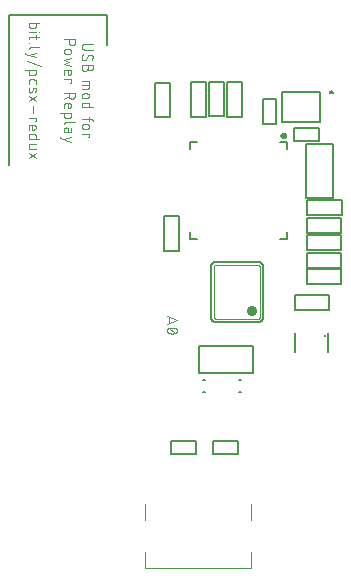
<source format=gbr>
G04 EAGLE Gerber RS-274X export*
G75*
%MOMM*%
%FSLAX34Y34*%
%LPD*%
%INSilkscreen Top*%
%IPPOS*%
%AMOC8*
5,1,8,0,0,1.08239X$1,22.5*%
G01*
%ADD10C,0.076200*%
%ADD11C,0.200000*%
%ADD12C,0.152400*%
%ADD13C,0.200000*%
%ADD14C,0.304800*%
%ADD15C,0.127000*%
%ADD16C,0.050800*%
%ADD17C,0.914400*%
%ADD18C,0.203200*%
%ADD19C,0.101600*%


D10*
X265381Y187323D02*
X274619Y184243D01*
X265381Y181164D01*
X267691Y181934D02*
X267691Y186553D01*
X270000Y177810D02*
X270182Y177808D01*
X270363Y177801D01*
X270545Y177790D01*
X270726Y177775D01*
X270907Y177756D01*
X271087Y177732D01*
X271266Y177704D01*
X271445Y177672D01*
X271623Y177635D01*
X271800Y177594D01*
X271976Y177549D01*
X272151Y177500D01*
X272325Y177446D01*
X272497Y177389D01*
X272668Y177327D01*
X272838Y177261D01*
X273006Y177192D01*
X273172Y177118D01*
X273336Y177040D01*
X273336Y177039D02*
X273415Y177010D01*
X273492Y176978D01*
X273568Y176942D01*
X273643Y176903D01*
X273716Y176860D01*
X273786Y176814D01*
X273855Y176766D01*
X273921Y176714D01*
X273985Y176659D01*
X274046Y176602D01*
X274105Y176542D01*
X274162Y176479D01*
X274215Y176414D01*
X274265Y176347D01*
X274313Y176277D01*
X274357Y176206D01*
X274398Y176132D01*
X274436Y176057D01*
X274470Y175980D01*
X274501Y175902D01*
X274528Y175823D01*
X274552Y175742D01*
X274573Y175660D01*
X274589Y175578D01*
X274602Y175495D01*
X274612Y175411D01*
X274617Y175327D01*
X274619Y175243D01*
X274617Y175159D01*
X274612Y175075D01*
X274602Y174991D01*
X274589Y174908D01*
X274573Y174826D01*
X274552Y174744D01*
X274528Y174663D01*
X274501Y174584D01*
X274470Y174506D01*
X274436Y174429D01*
X274398Y174354D01*
X274357Y174280D01*
X274313Y174209D01*
X274265Y174139D01*
X274215Y174072D01*
X274162Y174007D01*
X274105Y173944D01*
X274047Y173884D01*
X273985Y173827D01*
X273921Y173772D01*
X273855Y173720D01*
X273786Y173672D01*
X273716Y173626D01*
X273643Y173583D01*
X273569Y173544D01*
X273492Y173508D01*
X273415Y173476D01*
X273336Y173447D01*
X273172Y173369D01*
X273006Y173295D01*
X272838Y173226D01*
X272668Y173160D01*
X272497Y173098D01*
X272325Y173041D01*
X272151Y172987D01*
X271976Y172938D01*
X271800Y172893D01*
X271623Y172852D01*
X271445Y172815D01*
X271266Y172783D01*
X271087Y172755D01*
X270907Y172731D01*
X270726Y172712D01*
X270545Y172697D01*
X270363Y172686D01*
X270182Y172679D01*
X270000Y172677D01*
X270000Y177809D02*
X269818Y177807D01*
X269637Y177800D01*
X269455Y177789D01*
X269274Y177774D01*
X269093Y177755D01*
X268913Y177731D01*
X268734Y177703D01*
X268555Y177671D01*
X268377Y177634D01*
X268200Y177593D01*
X268024Y177548D01*
X267849Y177499D01*
X267675Y177445D01*
X267503Y177388D01*
X267332Y177326D01*
X267162Y177260D01*
X266995Y177191D01*
X266828Y177117D01*
X266664Y177039D01*
X266585Y177010D01*
X266508Y176978D01*
X266431Y176942D01*
X266357Y176903D01*
X266284Y176860D01*
X266214Y176814D01*
X266145Y176766D01*
X266079Y176714D01*
X266015Y176659D01*
X265953Y176602D01*
X265895Y176542D01*
X265838Y176479D01*
X265785Y176414D01*
X265735Y176347D01*
X265687Y176277D01*
X265643Y176206D01*
X265602Y176132D01*
X265564Y176057D01*
X265530Y175980D01*
X265499Y175902D01*
X265472Y175823D01*
X265448Y175742D01*
X265427Y175660D01*
X265411Y175578D01*
X265398Y175495D01*
X265388Y175411D01*
X265383Y175327D01*
X265381Y175243D01*
X266664Y173447D02*
X266828Y173369D01*
X266994Y173295D01*
X267162Y173226D01*
X267332Y173160D01*
X267503Y173098D01*
X267675Y173041D01*
X267849Y172987D01*
X268024Y172938D01*
X268200Y172893D01*
X268377Y172852D01*
X268555Y172815D01*
X268734Y172783D01*
X268913Y172755D01*
X269093Y172731D01*
X269274Y172712D01*
X269455Y172697D01*
X269637Y172686D01*
X269818Y172679D01*
X270000Y172677D01*
X266664Y173447D02*
X266585Y173476D01*
X266508Y173508D01*
X266431Y173544D01*
X266357Y173583D01*
X266284Y173626D01*
X266214Y173672D01*
X266145Y173720D01*
X266079Y173772D01*
X266015Y173827D01*
X265953Y173884D01*
X265895Y173944D01*
X265838Y174007D01*
X265785Y174072D01*
X265735Y174139D01*
X265687Y174209D01*
X265643Y174280D01*
X265602Y174354D01*
X265564Y174429D01*
X265530Y174506D01*
X265499Y174584D01*
X265472Y174663D01*
X265448Y174744D01*
X265427Y174826D01*
X265411Y174908D01*
X265398Y174991D01*
X265388Y175075D01*
X265383Y175159D01*
X265381Y175243D01*
X267434Y177296D02*
X272566Y173191D01*
X202829Y418192D02*
X196157Y418192D01*
X196058Y418190D01*
X195958Y418184D01*
X195859Y418175D01*
X195761Y418161D01*
X195663Y418144D01*
X195565Y418123D01*
X195469Y418098D01*
X195374Y418069D01*
X195279Y418037D01*
X195187Y418001D01*
X195095Y417962D01*
X195005Y417919D01*
X194917Y417873D01*
X194831Y417823D01*
X194747Y417770D01*
X194665Y417714D01*
X194585Y417654D01*
X194508Y417592D01*
X194433Y417526D01*
X194360Y417458D01*
X194291Y417387D01*
X194224Y417313D01*
X194160Y417237D01*
X194099Y417158D01*
X194041Y417077D01*
X193986Y416994D01*
X193935Y416909D01*
X193887Y416822D01*
X193842Y416733D01*
X193801Y416642D01*
X193763Y416550D01*
X193729Y416457D01*
X193699Y416362D01*
X193672Y416266D01*
X193649Y416169D01*
X193630Y416072D01*
X193615Y415973D01*
X193603Y415874D01*
X193595Y415775D01*
X193591Y415676D01*
X193591Y415576D01*
X193595Y415477D01*
X193603Y415378D01*
X193615Y415279D01*
X193630Y415180D01*
X193649Y415083D01*
X193672Y414986D01*
X193699Y414890D01*
X193729Y414795D01*
X193763Y414702D01*
X193801Y414610D01*
X193842Y414519D01*
X193887Y414430D01*
X193935Y414343D01*
X193986Y414258D01*
X194041Y414175D01*
X194099Y414094D01*
X194160Y414015D01*
X194224Y413939D01*
X194291Y413865D01*
X194360Y413794D01*
X194433Y413726D01*
X194508Y413660D01*
X194585Y413598D01*
X194665Y413538D01*
X194747Y413482D01*
X194831Y413429D01*
X194917Y413379D01*
X195005Y413333D01*
X195095Y413290D01*
X195187Y413251D01*
X195279Y413215D01*
X195374Y413183D01*
X195469Y413154D01*
X195565Y413129D01*
X195663Y413108D01*
X195761Y413091D01*
X195859Y413077D01*
X195958Y413068D01*
X196058Y413062D01*
X196157Y413060D01*
X202829Y413060D01*
X195644Y404059D02*
X195554Y404061D01*
X195465Y404067D01*
X195376Y404077D01*
X195287Y404090D01*
X195200Y404108D01*
X195113Y404129D01*
X195027Y404154D01*
X194942Y404183D01*
X194858Y404215D01*
X194776Y404251D01*
X194696Y404291D01*
X194617Y404334D01*
X194541Y404381D01*
X194466Y404430D01*
X194394Y404483D01*
X194324Y404539D01*
X194257Y404598D01*
X194192Y404660D01*
X194130Y404725D01*
X194071Y404792D01*
X194015Y404862D01*
X193962Y404934D01*
X193913Y405009D01*
X193866Y405086D01*
X193823Y405164D01*
X193783Y405244D01*
X193747Y405326D01*
X193715Y405410D01*
X193686Y405495D01*
X193661Y405581D01*
X193640Y405668D01*
X193622Y405756D01*
X193609Y405844D01*
X193599Y405933D01*
X193593Y406022D01*
X193591Y406112D01*
X193593Y406239D01*
X193598Y406366D01*
X193608Y406492D01*
X193621Y406618D01*
X193637Y406744D01*
X193658Y406869D01*
X193682Y406994D01*
X193709Y407117D01*
X193740Y407240D01*
X193775Y407362D01*
X193813Y407483D01*
X193855Y407603D01*
X193901Y407721D01*
X193949Y407838D01*
X194002Y407954D01*
X194057Y408068D01*
X194116Y408180D01*
X194178Y408291D01*
X194243Y408400D01*
X194312Y408506D01*
X194383Y408611D01*
X194458Y408714D01*
X194536Y408814D01*
X194616Y408912D01*
X194699Y409008D01*
X194785Y409101D01*
X194874Y409191D01*
X200776Y408935D02*
X200866Y408933D01*
X200955Y408927D01*
X201044Y408917D01*
X201132Y408904D01*
X201220Y408886D01*
X201307Y408865D01*
X201393Y408840D01*
X201478Y408811D01*
X201562Y408779D01*
X201644Y408743D01*
X201724Y408703D01*
X201803Y408660D01*
X201879Y408613D01*
X201954Y408564D01*
X202026Y408511D01*
X202096Y408455D01*
X202163Y408396D01*
X202228Y408334D01*
X202290Y408269D01*
X202349Y408202D01*
X202405Y408132D01*
X202458Y408060D01*
X202507Y407985D01*
X202554Y407909D01*
X202597Y407830D01*
X202637Y407750D01*
X202673Y407668D01*
X202705Y407584D01*
X202734Y407499D01*
X202759Y407413D01*
X202780Y407326D01*
X202798Y407238D01*
X202811Y407150D01*
X202821Y407061D01*
X202827Y406972D01*
X202829Y406882D01*
X202827Y406758D01*
X202821Y406634D01*
X202811Y406511D01*
X202797Y406388D01*
X202779Y406265D01*
X202757Y406144D01*
X202732Y406022D01*
X202702Y405902D01*
X202669Y405783D01*
X202631Y405665D01*
X202590Y405548D01*
X202546Y405433D01*
X202497Y405319D01*
X202445Y405206D01*
X202389Y405096D01*
X202330Y404987D01*
X202267Y404880D01*
X202201Y404775D01*
X202132Y404673D01*
X202059Y404573D01*
X198980Y407909D02*
X199027Y407985D01*
X199078Y408060D01*
X199132Y408132D01*
X199189Y408202D01*
X199249Y408269D01*
X199312Y408334D01*
X199377Y408396D01*
X199445Y408455D01*
X199516Y408511D01*
X199589Y408564D01*
X199664Y408614D01*
X199742Y408660D01*
X199821Y408703D01*
X199902Y408743D01*
X199985Y408779D01*
X200069Y408811D01*
X200154Y408840D01*
X200241Y408865D01*
X200329Y408886D01*
X200417Y408904D01*
X200506Y408917D01*
X200596Y408927D01*
X200686Y408933D01*
X200776Y408935D01*
X197440Y405086D02*
X197393Y405009D01*
X197342Y404934D01*
X197288Y404862D01*
X197231Y404792D01*
X197171Y404725D01*
X197108Y404660D01*
X197043Y404598D01*
X196975Y404539D01*
X196904Y404483D01*
X196831Y404430D01*
X196756Y404380D01*
X196678Y404334D01*
X196599Y404291D01*
X196518Y404251D01*
X196435Y404215D01*
X196351Y404183D01*
X196266Y404154D01*
X196179Y404129D01*
X196092Y404108D01*
X196003Y404090D01*
X195914Y404077D01*
X195824Y404067D01*
X195734Y404061D01*
X195644Y404059D01*
X197440Y405086D02*
X198980Y407909D01*
X198723Y400062D02*
X198723Y397496D01*
X198721Y397397D01*
X198715Y397297D01*
X198706Y397198D01*
X198692Y397100D01*
X198675Y397002D01*
X198654Y396904D01*
X198629Y396808D01*
X198600Y396713D01*
X198568Y396618D01*
X198532Y396526D01*
X198493Y396434D01*
X198450Y396344D01*
X198404Y396256D01*
X198354Y396170D01*
X198301Y396086D01*
X198245Y396004D01*
X198185Y395924D01*
X198123Y395847D01*
X198057Y395772D01*
X197989Y395699D01*
X197918Y395630D01*
X197844Y395563D01*
X197768Y395499D01*
X197689Y395438D01*
X197608Y395380D01*
X197525Y395325D01*
X197440Y395274D01*
X197353Y395226D01*
X197264Y395181D01*
X197173Y395140D01*
X197081Y395102D01*
X196988Y395068D01*
X196893Y395038D01*
X196797Y395011D01*
X196700Y394988D01*
X196603Y394969D01*
X196504Y394954D01*
X196405Y394942D01*
X196306Y394934D01*
X196207Y394930D01*
X196107Y394930D01*
X196008Y394934D01*
X195909Y394942D01*
X195810Y394954D01*
X195711Y394969D01*
X195614Y394988D01*
X195517Y395011D01*
X195421Y395038D01*
X195326Y395068D01*
X195233Y395102D01*
X195141Y395140D01*
X195050Y395181D01*
X194961Y395226D01*
X194874Y395274D01*
X194789Y395325D01*
X194706Y395380D01*
X194625Y395438D01*
X194546Y395499D01*
X194470Y395563D01*
X194396Y395630D01*
X194325Y395699D01*
X194257Y395772D01*
X194191Y395847D01*
X194129Y395924D01*
X194069Y396004D01*
X194013Y396086D01*
X193960Y396170D01*
X193910Y396256D01*
X193864Y396344D01*
X193821Y396434D01*
X193782Y396526D01*
X193746Y396618D01*
X193714Y396713D01*
X193685Y396808D01*
X193660Y396904D01*
X193639Y397002D01*
X193622Y397100D01*
X193608Y397198D01*
X193599Y397297D01*
X193593Y397397D01*
X193591Y397496D01*
X193591Y400062D01*
X202829Y400062D01*
X202829Y397496D01*
X202827Y397406D01*
X202821Y397317D01*
X202811Y397228D01*
X202798Y397140D01*
X202780Y397052D01*
X202759Y396965D01*
X202734Y396879D01*
X202705Y396794D01*
X202673Y396710D01*
X202637Y396628D01*
X202597Y396548D01*
X202554Y396470D01*
X202507Y396393D01*
X202458Y396318D01*
X202405Y396246D01*
X202349Y396176D01*
X202290Y396109D01*
X202228Y396044D01*
X202163Y395982D01*
X202096Y395923D01*
X202026Y395867D01*
X201954Y395814D01*
X201879Y395765D01*
X201803Y395718D01*
X201724Y395675D01*
X201644Y395635D01*
X201562Y395599D01*
X201478Y395567D01*
X201393Y395538D01*
X201307Y395513D01*
X201220Y395492D01*
X201132Y395474D01*
X201044Y395461D01*
X200955Y395451D01*
X200866Y395445D01*
X200776Y395443D01*
X200686Y395445D01*
X200597Y395451D01*
X200508Y395461D01*
X200420Y395474D01*
X200332Y395492D01*
X200245Y395513D01*
X200159Y395538D01*
X200074Y395567D01*
X199990Y395599D01*
X199908Y395635D01*
X199828Y395675D01*
X199750Y395718D01*
X199673Y395765D01*
X199598Y395814D01*
X199526Y395867D01*
X199456Y395923D01*
X199389Y395982D01*
X199324Y396044D01*
X199262Y396109D01*
X199203Y396176D01*
X199147Y396246D01*
X199094Y396318D01*
X199045Y396393D01*
X198998Y396470D01*
X198955Y396548D01*
X198915Y396628D01*
X198879Y396710D01*
X198847Y396794D01*
X198818Y396879D01*
X198793Y396965D01*
X198772Y397052D01*
X198754Y397140D01*
X198741Y397228D01*
X198731Y397317D01*
X198725Y397406D01*
X198723Y397496D01*
X199750Y386305D02*
X193591Y386305D01*
X199750Y386305D02*
X199750Y381686D01*
X199748Y381608D01*
X199742Y381530D01*
X199732Y381453D01*
X199718Y381376D01*
X199701Y381300D01*
X199679Y381225D01*
X199654Y381151D01*
X199625Y381079D01*
X199593Y381008D01*
X199556Y380939D01*
X199517Y380871D01*
X199474Y380806D01*
X199428Y380743D01*
X199378Y380683D01*
X199326Y380625D01*
X199271Y380570D01*
X199213Y380518D01*
X199153Y380468D01*
X199090Y380422D01*
X199025Y380379D01*
X198957Y380340D01*
X198888Y380303D01*
X198817Y380271D01*
X198745Y380242D01*
X198671Y380217D01*
X198596Y380195D01*
X198520Y380178D01*
X198443Y380164D01*
X198366Y380154D01*
X198288Y380148D01*
X198210Y380146D01*
X193591Y380146D01*
X193591Y383226D02*
X199750Y383226D01*
X197697Y375979D02*
X195644Y375979D01*
X197697Y375979D02*
X197787Y375977D01*
X197876Y375971D01*
X197965Y375961D01*
X198053Y375948D01*
X198141Y375930D01*
X198228Y375909D01*
X198314Y375884D01*
X198399Y375855D01*
X198483Y375823D01*
X198565Y375787D01*
X198645Y375747D01*
X198724Y375704D01*
X198800Y375657D01*
X198875Y375608D01*
X198947Y375555D01*
X199017Y375499D01*
X199084Y375440D01*
X199149Y375378D01*
X199211Y375313D01*
X199270Y375246D01*
X199326Y375176D01*
X199379Y375104D01*
X199428Y375029D01*
X199475Y374953D01*
X199518Y374874D01*
X199558Y374794D01*
X199594Y374712D01*
X199626Y374628D01*
X199655Y374543D01*
X199680Y374457D01*
X199701Y374370D01*
X199719Y374282D01*
X199732Y374194D01*
X199742Y374105D01*
X199748Y374016D01*
X199750Y373926D01*
X199748Y373836D01*
X199742Y373747D01*
X199732Y373658D01*
X199719Y373570D01*
X199701Y373482D01*
X199680Y373395D01*
X199655Y373309D01*
X199626Y373224D01*
X199594Y373140D01*
X199558Y373058D01*
X199518Y372978D01*
X199475Y372900D01*
X199428Y372823D01*
X199379Y372748D01*
X199326Y372676D01*
X199270Y372606D01*
X199211Y372539D01*
X199149Y372474D01*
X199084Y372412D01*
X199017Y372353D01*
X198947Y372297D01*
X198875Y372244D01*
X198800Y372195D01*
X198724Y372148D01*
X198645Y372105D01*
X198565Y372065D01*
X198483Y372029D01*
X198399Y371997D01*
X198314Y371968D01*
X198228Y371943D01*
X198141Y371922D01*
X198053Y371904D01*
X197965Y371891D01*
X197876Y371881D01*
X197787Y371875D01*
X197697Y371873D01*
X195644Y371873D01*
X195554Y371875D01*
X195465Y371881D01*
X195376Y371891D01*
X195288Y371904D01*
X195200Y371922D01*
X195113Y371943D01*
X195027Y371968D01*
X194942Y371997D01*
X194858Y372029D01*
X194776Y372065D01*
X194696Y372105D01*
X194618Y372148D01*
X194541Y372195D01*
X194466Y372244D01*
X194394Y372297D01*
X194324Y372353D01*
X194257Y372412D01*
X194192Y372474D01*
X194130Y372539D01*
X194071Y372606D01*
X194015Y372676D01*
X193962Y372748D01*
X193913Y372823D01*
X193866Y372900D01*
X193823Y372978D01*
X193783Y373058D01*
X193747Y373140D01*
X193715Y373224D01*
X193686Y373309D01*
X193661Y373395D01*
X193640Y373482D01*
X193622Y373570D01*
X193609Y373658D01*
X193599Y373747D01*
X193593Y373836D01*
X193591Y373926D01*
X193593Y374016D01*
X193599Y374105D01*
X193609Y374194D01*
X193622Y374282D01*
X193640Y374370D01*
X193661Y374457D01*
X193686Y374543D01*
X193715Y374628D01*
X193747Y374712D01*
X193783Y374794D01*
X193823Y374874D01*
X193866Y374953D01*
X193913Y375029D01*
X193962Y375104D01*
X194015Y375176D01*
X194071Y375246D01*
X194130Y375313D01*
X194192Y375378D01*
X194257Y375440D01*
X194324Y375499D01*
X194394Y375555D01*
X194466Y375608D01*
X194541Y375657D01*
X194618Y375704D01*
X194696Y375747D01*
X194776Y375787D01*
X194858Y375823D01*
X194942Y375855D01*
X195027Y375884D01*
X195113Y375909D01*
X195200Y375930D01*
X195288Y375948D01*
X195376Y375961D01*
X195465Y375971D01*
X195554Y375977D01*
X195644Y375979D01*
X193591Y364118D02*
X202829Y364118D01*
X193591Y364118D02*
X193591Y366684D01*
X193593Y366760D01*
X193598Y366835D01*
X193608Y366910D01*
X193621Y366984D01*
X193637Y367058D01*
X193657Y367131D01*
X193681Y367203D01*
X193708Y367273D01*
X193739Y367342D01*
X193773Y367410D01*
X193810Y367476D01*
X193851Y367540D01*
X193894Y367601D01*
X193941Y367661D01*
X193990Y367718D01*
X194042Y367773D01*
X194097Y367825D01*
X194154Y367874D01*
X194214Y367921D01*
X194275Y367964D01*
X194339Y368005D01*
X194405Y368042D01*
X194473Y368076D01*
X194542Y368107D01*
X194612Y368134D01*
X194684Y368158D01*
X194757Y368178D01*
X194831Y368194D01*
X194905Y368207D01*
X194980Y368217D01*
X195055Y368222D01*
X195131Y368224D01*
X198210Y368224D01*
X198286Y368222D01*
X198361Y368217D01*
X198436Y368207D01*
X198510Y368194D01*
X198584Y368178D01*
X198657Y368158D01*
X198729Y368134D01*
X198799Y368107D01*
X198868Y368076D01*
X198936Y368042D01*
X199002Y368005D01*
X199066Y367964D01*
X199127Y367921D01*
X199187Y367874D01*
X199244Y367825D01*
X199299Y367773D01*
X199351Y367718D01*
X199400Y367661D01*
X199447Y367601D01*
X199490Y367540D01*
X199531Y367476D01*
X199568Y367410D01*
X199602Y367342D01*
X199633Y367273D01*
X199660Y367203D01*
X199684Y367131D01*
X199704Y367058D01*
X199720Y366984D01*
X199733Y366910D01*
X199743Y366835D01*
X199748Y366760D01*
X199750Y366684D01*
X199750Y364118D01*
X201289Y354783D02*
X193591Y354783D01*
X201289Y354783D02*
X201367Y354781D01*
X201445Y354775D01*
X201522Y354765D01*
X201599Y354751D01*
X201675Y354734D01*
X201750Y354712D01*
X201824Y354687D01*
X201896Y354658D01*
X201967Y354626D01*
X202036Y354590D01*
X202104Y354550D01*
X202169Y354507D01*
X202232Y354461D01*
X202292Y354412D01*
X202350Y354359D01*
X202405Y354304D01*
X202457Y354246D01*
X202507Y354186D01*
X202553Y354123D01*
X202596Y354058D01*
X202635Y353990D01*
X202672Y353921D01*
X202704Y353850D01*
X202733Y353778D01*
X202758Y353704D01*
X202780Y353629D01*
X202797Y353553D01*
X202811Y353476D01*
X202821Y353399D01*
X202827Y353321D01*
X202829Y353243D01*
X202829Y352730D01*
X199750Y352730D02*
X199750Y355809D01*
X197697Y350179D02*
X195644Y350179D01*
X197697Y350179D02*
X197787Y350177D01*
X197876Y350171D01*
X197965Y350161D01*
X198053Y350148D01*
X198141Y350130D01*
X198228Y350109D01*
X198314Y350084D01*
X198399Y350055D01*
X198483Y350023D01*
X198565Y349987D01*
X198645Y349947D01*
X198724Y349904D01*
X198800Y349857D01*
X198875Y349808D01*
X198947Y349755D01*
X199017Y349699D01*
X199084Y349640D01*
X199149Y349578D01*
X199211Y349513D01*
X199270Y349446D01*
X199326Y349376D01*
X199379Y349304D01*
X199428Y349229D01*
X199475Y349153D01*
X199518Y349074D01*
X199558Y348994D01*
X199594Y348912D01*
X199626Y348828D01*
X199655Y348743D01*
X199680Y348657D01*
X199701Y348570D01*
X199719Y348482D01*
X199732Y348394D01*
X199742Y348305D01*
X199748Y348216D01*
X199750Y348126D01*
X199748Y348036D01*
X199742Y347947D01*
X199732Y347858D01*
X199719Y347770D01*
X199701Y347682D01*
X199680Y347595D01*
X199655Y347509D01*
X199626Y347424D01*
X199594Y347340D01*
X199558Y347258D01*
X199518Y347178D01*
X199475Y347100D01*
X199428Y347023D01*
X199379Y346948D01*
X199326Y346876D01*
X199270Y346806D01*
X199211Y346739D01*
X199149Y346674D01*
X199084Y346612D01*
X199017Y346553D01*
X198947Y346497D01*
X198875Y346444D01*
X198800Y346395D01*
X198724Y346348D01*
X198645Y346305D01*
X198565Y346265D01*
X198483Y346229D01*
X198399Y346197D01*
X198314Y346168D01*
X198228Y346143D01*
X198141Y346122D01*
X198053Y346104D01*
X197965Y346091D01*
X197876Y346081D01*
X197787Y346075D01*
X197697Y346073D01*
X195644Y346073D01*
X195554Y346075D01*
X195465Y346081D01*
X195376Y346091D01*
X195288Y346104D01*
X195200Y346122D01*
X195113Y346143D01*
X195027Y346168D01*
X194942Y346197D01*
X194858Y346229D01*
X194776Y346265D01*
X194696Y346305D01*
X194618Y346348D01*
X194541Y346395D01*
X194466Y346444D01*
X194394Y346497D01*
X194324Y346553D01*
X194257Y346612D01*
X194192Y346674D01*
X194130Y346739D01*
X194071Y346806D01*
X194015Y346876D01*
X193962Y346948D01*
X193913Y347023D01*
X193866Y347100D01*
X193823Y347178D01*
X193783Y347258D01*
X193747Y347340D01*
X193715Y347424D01*
X193686Y347509D01*
X193661Y347595D01*
X193640Y347682D01*
X193622Y347770D01*
X193609Y347858D01*
X193599Y347947D01*
X193593Y348036D01*
X193591Y348126D01*
X193593Y348216D01*
X193599Y348305D01*
X193609Y348394D01*
X193622Y348482D01*
X193640Y348570D01*
X193661Y348657D01*
X193686Y348743D01*
X193715Y348828D01*
X193747Y348912D01*
X193783Y348994D01*
X193823Y349074D01*
X193866Y349153D01*
X193913Y349229D01*
X193962Y349304D01*
X194015Y349376D01*
X194071Y349446D01*
X194130Y349513D01*
X194192Y349578D01*
X194257Y349640D01*
X194324Y349699D01*
X194394Y349755D01*
X194466Y349808D01*
X194541Y349857D01*
X194618Y349904D01*
X194696Y349947D01*
X194776Y349987D01*
X194858Y350023D01*
X194942Y350055D01*
X195027Y350084D01*
X195113Y350109D01*
X195200Y350130D01*
X195288Y350148D01*
X195376Y350161D01*
X195465Y350171D01*
X195554Y350177D01*
X195644Y350179D01*
X193591Y342028D02*
X199750Y342028D01*
X199750Y338948D01*
X198723Y338948D01*
X187829Y421914D02*
X178591Y421914D01*
X187829Y421914D02*
X187829Y419348D01*
X187827Y419249D01*
X187821Y419149D01*
X187812Y419050D01*
X187798Y418952D01*
X187781Y418854D01*
X187760Y418756D01*
X187735Y418660D01*
X187706Y418565D01*
X187674Y418470D01*
X187638Y418378D01*
X187599Y418286D01*
X187556Y418196D01*
X187510Y418108D01*
X187460Y418022D01*
X187407Y417938D01*
X187351Y417856D01*
X187291Y417776D01*
X187229Y417699D01*
X187163Y417624D01*
X187095Y417551D01*
X187024Y417482D01*
X186950Y417415D01*
X186874Y417351D01*
X186795Y417290D01*
X186714Y417232D01*
X186631Y417177D01*
X186546Y417126D01*
X186459Y417078D01*
X186370Y417033D01*
X186279Y416992D01*
X186187Y416954D01*
X186094Y416920D01*
X185999Y416890D01*
X185903Y416863D01*
X185806Y416840D01*
X185709Y416821D01*
X185610Y416806D01*
X185511Y416794D01*
X185412Y416786D01*
X185313Y416782D01*
X185213Y416782D01*
X185114Y416786D01*
X185015Y416794D01*
X184916Y416806D01*
X184817Y416821D01*
X184720Y416840D01*
X184623Y416863D01*
X184527Y416890D01*
X184432Y416920D01*
X184339Y416954D01*
X184247Y416992D01*
X184156Y417033D01*
X184067Y417078D01*
X183980Y417126D01*
X183895Y417177D01*
X183812Y417232D01*
X183731Y417290D01*
X183652Y417351D01*
X183576Y417415D01*
X183502Y417482D01*
X183431Y417551D01*
X183363Y417624D01*
X183297Y417699D01*
X183235Y417776D01*
X183175Y417856D01*
X183119Y417938D01*
X183066Y418022D01*
X183016Y418108D01*
X182970Y418196D01*
X182927Y418286D01*
X182888Y418378D01*
X182852Y418470D01*
X182820Y418565D01*
X182791Y418660D01*
X182766Y418756D01*
X182745Y418854D01*
X182728Y418952D01*
X182714Y419050D01*
X182705Y419149D01*
X182699Y419249D01*
X182697Y419348D01*
X182697Y421914D01*
X182697Y413431D02*
X180644Y413431D01*
X182697Y413431D02*
X182787Y413429D01*
X182876Y413423D01*
X182965Y413413D01*
X183053Y413400D01*
X183141Y413382D01*
X183228Y413361D01*
X183314Y413336D01*
X183399Y413307D01*
X183483Y413275D01*
X183565Y413239D01*
X183645Y413199D01*
X183724Y413156D01*
X183800Y413109D01*
X183875Y413060D01*
X183947Y413007D01*
X184017Y412951D01*
X184084Y412892D01*
X184149Y412830D01*
X184211Y412765D01*
X184270Y412698D01*
X184326Y412628D01*
X184379Y412556D01*
X184428Y412481D01*
X184475Y412405D01*
X184518Y412326D01*
X184558Y412246D01*
X184594Y412164D01*
X184626Y412080D01*
X184655Y411995D01*
X184680Y411909D01*
X184701Y411822D01*
X184719Y411734D01*
X184732Y411646D01*
X184742Y411557D01*
X184748Y411468D01*
X184750Y411378D01*
X184748Y411288D01*
X184742Y411199D01*
X184732Y411110D01*
X184719Y411022D01*
X184701Y410934D01*
X184680Y410847D01*
X184655Y410761D01*
X184626Y410676D01*
X184594Y410592D01*
X184558Y410510D01*
X184518Y410430D01*
X184475Y410352D01*
X184428Y410275D01*
X184379Y410200D01*
X184326Y410128D01*
X184270Y410058D01*
X184211Y409991D01*
X184149Y409926D01*
X184084Y409864D01*
X184017Y409805D01*
X183947Y409749D01*
X183875Y409696D01*
X183800Y409647D01*
X183724Y409600D01*
X183645Y409557D01*
X183565Y409517D01*
X183483Y409481D01*
X183399Y409449D01*
X183314Y409420D01*
X183228Y409395D01*
X183141Y409374D01*
X183053Y409356D01*
X182965Y409343D01*
X182876Y409333D01*
X182787Y409327D01*
X182697Y409325D01*
X182697Y409326D02*
X180644Y409326D01*
X180644Y409325D02*
X180554Y409327D01*
X180465Y409333D01*
X180376Y409343D01*
X180288Y409356D01*
X180200Y409374D01*
X180113Y409395D01*
X180027Y409420D01*
X179942Y409449D01*
X179858Y409481D01*
X179776Y409517D01*
X179696Y409557D01*
X179618Y409600D01*
X179541Y409647D01*
X179466Y409696D01*
X179394Y409749D01*
X179324Y409805D01*
X179257Y409864D01*
X179192Y409926D01*
X179130Y409991D01*
X179071Y410058D01*
X179015Y410128D01*
X178962Y410200D01*
X178913Y410275D01*
X178866Y410352D01*
X178823Y410430D01*
X178783Y410510D01*
X178747Y410592D01*
X178715Y410676D01*
X178686Y410761D01*
X178661Y410847D01*
X178640Y410934D01*
X178622Y411022D01*
X178609Y411110D01*
X178599Y411199D01*
X178593Y411288D01*
X178591Y411378D01*
X178593Y411468D01*
X178599Y411557D01*
X178609Y411646D01*
X178622Y411734D01*
X178640Y411822D01*
X178661Y411909D01*
X178686Y411995D01*
X178715Y412080D01*
X178747Y412164D01*
X178783Y412246D01*
X178823Y412326D01*
X178866Y412405D01*
X178913Y412481D01*
X178962Y412556D01*
X179015Y412628D01*
X179071Y412698D01*
X179130Y412765D01*
X179192Y412830D01*
X179257Y412892D01*
X179324Y412951D01*
X179394Y413007D01*
X179466Y413060D01*
X179541Y413109D01*
X179618Y413156D01*
X179696Y413199D01*
X179776Y413239D01*
X179858Y413275D01*
X179942Y413307D01*
X180027Y413336D01*
X180113Y413361D01*
X180200Y413382D01*
X180288Y413400D01*
X180376Y413413D01*
X180465Y413423D01*
X180554Y413429D01*
X180644Y413431D01*
X184750Y405758D02*
X178591Y404218D01*
X182697Y402678D01*
X178591Y401139D01*
X184750Y399599D01*
X178591Y394492D02*
X178591Y391926D01*
X178591Y394492D02*
X178593Y394568D01*
X178598Y394643D01*
X178608Y394718D01*
X178621Y394792D01*
X178637Y394866D01*
X178657Y394939D01*
X178681Y395011D01*
X178708Y395081D01*
X178739Y395150D01*
X178773Y395218D01*
X178810Y395284D01*
X178851Y395348D01*
X178894Y395409D01*
X178941Y395469D01*
X178990Y395526D01*
X179042Y395581D01*
X179097Y395633D01*
X179154Y395682D01*
X179214Y395729D01*
X179275Y395772D01*
X179339Y395813D01*
X179405Y395850D01*
X179473Y395884D01*
X179542Y395915D01*
X179612Y395942D01*
X179684Y395966D01*
X179757Y395986D01*
X179831Y396002D01*
X179905Y396015D01*
X179980Y396025D01*
X180055Y396030D01*
X180131Y396032D01*
X180131Y396031D02*
X182697Y396031D01*
X182787Y396029D01*
X182876Y396023D01*
X182965Y396013D01*
X183053Y396000D01*
X183141Y395982D01*
X183228Y395961D01*
X183314Y395936D01*
X183399Y395907D01*
X183483Y395875D01*
X183565Y395839D01*
X183645Y395799D01*
X183724Y395756D01*
X183800Y395709D01*
X183875Y395660D01*
X183947Y395607D01*
X184017Y395551D01*
X184084Y395492D01*
X184149Y395430D01*
X184211Y395365D01*
X184270Y395298D01*
X184326Y395228D01*
X184379Y395156D01*
X184428Y395081D01*
X184475Y395005D01*
X184518Y394926D01*
X184558Y394846D01*
X184594Y394764D01*
X184626Y394680D01*
X184655Y394595D01*
X184680Y394509D01*
X184701Y394422D01*
X184719Y394334D01*
X184732Y394246D01*
X184742Y394157D01*
X184748Y394068D01*
X184750Y393978D01*
X184748Y393888D01*
X184742Y393799D01*
X184732Y393710D01*
X184719Y393622D01*
X184701Y393534D01*
X184680Y393447D01*
X184655Y393361D01*
X184626Y393276D01*
X184594Y393192D01*
X184558Y393110D01*
X184518Y393030D01*
X184475Y392952D01*
X184428Y392875D01*
X184379Y392800D01*
X184326Y392728D01*
X184270Y392658D01*
X184211Y392591D01*
X184149Y392526D01*
X184084Y392464D01*
X184017Y392405D01*
X183947Y392349D01*
X183875Y392296D01*
X183800Y392247D01*
X183724Y392200D01*
X183645Y392157D01*
X183565Y392117D01*
X183483Y392081D01*
X183399Y392049D01*
X183314Y392020D01*
X183228Y391995D01*
X183141Y391974D01*
X183053Y391956D01*
X182965Y391943D01*
X182876Y391933D01*
X182787Y391927D01*
X182697Y391925D01*
X182697Y391926D02*
X181670Y391926D01*
X181670Y396031D01*
X178591Y387880D02*
X184750Y387880D01*
X184750Y384801D01*
X183723Y384801D01*
X187829Y376688D02*
X178591Y376688D01*
X187829Y376688D02*
X187829Y374122D01*
X187827Y374023D01*
X187821Y373923D01*
X187812Y373824D01*
X187798Y373726D01*
X187781Y373628D01*
X187760Y373530D01*
X187735Y373434D01*
X187706Y373339D01*
X187674Y373244D01*
X187638Y373152D01*
X187599Y373060D01*
X187556Y372970D01*
X187510Y372882D01*
X187460Y372796D01*
X187407Y372712D01*
X187351Y372630D01*
X187291Y372550D01*
X187229Y372473D01*
X187163Y372398D01*
X187095Y372325D01*
X187024Y372256D01*
X186950Y372189D01*
X186874Y372125D01*
X186795Y372064D01*
X186714Y372006D01*
X186631Y371951D01*
X186546Y371900D01*
X186459Y371852D01*
X186370Y371807D01*
X186279Y371766D01*
X186187Y371728D01*
X186094Y371694D01*
X185999Y371664D01*
X185903Y371637D01*
X185806Y371614D01*
X185709Y371595D01*
X185610Y371580D01*
X185511Y371568D01*
X185412Y371560D01*
X185313Y371556D01*
X185213Y371556D01*
X185114Y371560D01*
X185015Y371568D01*
X184916Y371580D01*
X184817Y371595D01*
X184720Y371614D01*
X184623Y371637D01*
X184527Y371664D01*
X184432Y371694D01*
X184339Y371728D01*
X184247Y371766D01*
X184156Y371807D01*
X184067Y371852D01*
X183980Y371900D01*
X183895Y371951D01*
X183812Y372006D01*
X183731Y372064D01*
X183652Y372125D01*
X183576Y372189D01*
X183502Y372256D01*
X183431Y372325D01*
X183363Y372398D01*
X183297Y372473D01*
X183235Y372550D01*
X183175Y372630D01*
X183119Y372712D01*
X183066Y372796D01*
X183016Y372882D01*
X182970Y372970D01*
X182927Y373060D01*
X182888Y373152D01*
X182852Y373244D01*
X182820Y373339D01*
X182791Y373434D01*
X182766Y373530D01*
X182745Y373628D01*
X182728Y373726D01*
X182714Y373824D01*
X182705Y373923D01*
X182699Y374023D01*
X182697Y374122D01*
X182697Y376688D01*
X182697Y373609D02*
X178591Y371556D01*
X178591Y366292D02*
X178591Y363726D01*
X178591Y366292D02*
X178593Y366368D01*
X178598Y366443D01*
X178608Y366518D01*
X178621Y366592D01*
X178637Y366666D01*
X178657Y366739D01*
X178681Y366811D01*
X178708Y366881D01*
X178739Y366950D01*
X178773Y367018D01*
X178810Y367084D01*
X178851Y367148D01*
X178894Y367209D01*
X178941Y367269D01*
X178990Y367326D01*
X179042Y367381D01*
X179097Y367433D01*
X179154Y367482D01*
X179214Y367529D01*
X179275Y367572D01*
X179339Y367613D01*
X179405Y367650D01*
X179473Y367684D01*
X179542Y367715D01*
X179612Y367742D01*
X179684Y367766D01*
X179757Y367786D01*
X179831Y367802D01*
X179905Y367815D01*
X179980Y367825D01*
X180055Y367830D01*
X180131Y367832D01*
X180131Y367831D02*
X182697Y367831D01*
X182787Y367829D01*
X182876Y367823D01*
X182965Y367813D01*
X183053Y367800D01*
X183141Y367782D01*
X183228Y367761D01*
X183314Y367736D01*
X183399Y367707D01*
X183483Y367675D01*
X183565Y367639D01*
X183645Y367599D01*
X183724Y367556D01*
X183800Y367509D01*
X183875Y367460D01*
X183947Y367407D01*
X184017Y367351D01*
X184084Y367292D01*
X184149Y367230D01*
X184211Y367165D01*
X184270Y367098D01*
X184326Y367028D01*
X184379Y366956D01*
X184428Y366881D01*
X184475Y366805D01*
X184518Y366726D01*
X184558Y366646D01*
X184594Y366564D01*
X184626Y366480D01*
X184655Y366395D01*
X184680Y366309D01*
X184701Y366222D01*
X184719Y366134D01*
X184732Y366046D01*
X184742Y365957D01*
X184748Y365868D01*
X184750Y365778D01*
X184748Y365688D01*
X184742Y365599D01*
X184732Y365510D01*
X184719Y365422D01*
X184701Y365334D01*
X184680Y365247D01*
X184655Y365161D01*
X184626Y365076D01*
X184594Y364992D01*
X184558Y364910D01*
X184518Y364830D01*
X184475Y364752D01*
X184428Y364675D01*
X184379Y364600D01*
X184326Y364528D01*
X184270Y364458D01*
X184211Y364391D01*
X184149Y364326D01*
X184084Y364264D01*
X184017Y364205D01*
X183947Y364149D01*
X183875Y364096D01*
X183800Y364047D01*
X183724Y364000D01*
X183645Y363957D01*
X183565Y363917D01*
X183483Y363881D01*
X183399Y363849D01*
X183314Y363820D01*
X183228Y363795D01*
X183141Y363774D01*
X183053Y363756D01*
X182965Y363743D01*
X182876Y363733D01*
X182787Y363727D01*
X182697Y363725D01*
X182697Y363726D02*
X181670Y363726D01*
X181670Y367831D01*
X184750Y359686D02*
X175512Y359686D01*
X184750Y359686D02*
X184750Y357120D01*
X184748Y357042D01*
X184742Y356964D01*
X184732Y356887D01*
X184718Y356810D01*
X184701Y356734D01*
X184679Y356659D01*
X184654Y356585D01*
X184625Y356513D01*
X184593Y356442D01*
X184556Y356373D01*
X184517Y356305D01*
X184474Y356240D01*
X184428Y356177D01*
X184378Y356117D01*
X184326Y356059D01*
X184271Y356004D01*
X184213Y355952D01*
X184153Y355902D01*
X184090Y355856D01*
X184025Y355813D01*
X183957Y355774D01*
X183888Y355737D01*
X183817Y355705D01*
X183745Y355676D01*
X183671Y355651D01*
X183596Y355629D01*
X183520Y355612D01*
X183443Y355598D01*
X183366Y355588D01*
X183288Y355582D01*
X183210Y355580D01*
X180131Y355580D01*
X180055Y355582D01*
X179980Y355587D01*
X179905Y355597D01*
X179831Y355610D01*
X179757Y355626D01*
X179684Y355646D01*
X179612Y355670D01*
X179542Y355697D01*
X179473Y355728D01*
X179405Y355762D01*
X179339Y355799D01*
X179275Y355840D01*
X179214Y355883D01*
X179154Y355930D01*
X179097Y355979D01*
X179042Y356031D01*
X178990Y356086D01*
X178941Y356143D01*
X178894Y356203D01*
X178851Y356264D01*
X178810Y356328D01*
X178773Y356394D01*
X178739Y356462D01*
X178708Y356531D01*
X178681Y356601D01*
X178657Y356673D01*
X178637Y356746D01*
X178621Y356820D01*
X178608Y356894D01*
X178598Y356969D01*
X178593Y357044D01*
X178591Y357120D01*
X178591Y359686D01*
X180131Y351809D02*
X187829Y351809D01*
X180131Y351810D02*
X180053Y351808D01*
X179975Y351802D01*
X179898Y351792D01*
X179821Y351778D01*
X179745Y351761D01*
X179670Y351739D01*
X179596Y351714D01*
X179524Y351685D01*
X179453Y351653D01*
X179384Y351616D01*
X179316Y351577D01*
X179251Y351534D01*
X179188Y351488D01*
X179128Y351438D01*
X179070Y351386D01*
X179015Y351331D01*
X178963Y351273D01*
X178913Y351213D01*
X178867Y351150D01*
X178824Y351085D01*
X178785Y351017D01*
X178748Y350948D01*
X178716Y350877D01*
X178687Y350805D01*
X178662Y350731D01*
X178640Y350656D01*
X178623Y350580D01*
X178609Y350503D01*
X178599Y350426D01*
X178593Y350348D01*
X178591Y350270D01*
X182184Y345380D02*
X182184Y343071D01*
X182183Y345380D02*
X182181Y345463D01*
X182175Y345546D01*
X182166Y345628D01*
X182152Y345710D01*
X182135Y345791D01*
X182114Y345871D01*
X182090Y345951D01*
X182062Y346029D01*
X182030Y346105D01*
X181995Y346181D01*
X181956Y346254D01*
X181914Y346325D01*
X181869Y346395D01*
X181820Y346462D01*
X181769Y346527D01*
X181714Y346590D01*
X181657Y346650D01*
X181597Y346707D01*
X181534Y346762D01*
X181469Y346813D01*
X181402Y346862D01*
X181332Y346907D01*
X181261Y346949D01*
X181188Y346988D01*
X181112Y347023D01*
X181036Y347055D01*
X180958Y347083D01*
X180878Y347107D01*
X180798Y347128D01*
X180717Y347145D01*
X180635Y347159D01*
X180553Y347168D01*
X180470Y347174D01*
X180387Y347176D01*
X180304Y347174D01*
X180221Y347168D01*
X180139Y347159D01*
X180057Y347145D01*
X179976Y347128D01*
X179896Y347107D01*
X179816Y347083D01*
X179738Y347055D01*
X179662Y347023D01*
X179586Y346988D01*
X179513Y346949D01*
X179442Y346907D01*
X179372Y346862D01*
X179305Y346813D01*
X179240Y346762D01*
X179177Y346707D01*
X179117Y346650D01*
X179060Y346590D01*
X179005Y346527D01*
X178954Y346462D01*
X178905Y346395D01*
X178860Y346325D01*
X178818Y346254D01*
X178779Y346181D01*
X178744Y346105D01*
X178712Y346029D01*
X178684Y345951D01*
X178660Y345871D01*
X178639Y345791D01*
X178622Y345710D01*
X178608Y345628D01*
X178599Y345546D01*
X178593Y345463D01*
X178591Y345380D01*
X178591Y343071D01*
X183210Y343071D01*
X183286Y343073D01*
X183361Y343078D01*
X183436Y343088D01*
X183510Y343101D01*
X183584Y343117D01*
X183657Y343137D01*
X183729Y343161D01*
X183799Y343188D01*
X183868Y343219D01*
X183936Y343253D01*
X184002Y343290D01*
X184066Y343331D01*
X184127Y343374D01*
X184187Y343421D01*
X184244Y343470D01*
X184299Y343522D01*
X184351Y343577D01*
X184400Y343634D01*
X184447Y343694D01*
X184490Y343755D01*
X184531Y343819D01*
X184568Y343885D01*
X184602Y343953D01*
X184633Y344022D01*
X184660Y344092D01*
X184684Y344164D01*
X184704Y344237D01*
X184720Y344311D01*
X184733Y344385D01*
X184743Y344460D01*
X184748Y344535D01*
X184750Y344611D01*
X184750Y346663D01*
X175512Y339331D02*
X175512Y338305D01*
X184750Y335226D01*
X184750Y339331D02*
X178591Y337279D01*
X157829Y435800D02*
X148591Y435800D01*
X148591Y433234D01*
X148593Y433158D01*
X148598Y433083D01*
X148608Y433008D01*
X148621Y432934D01*
X148637Y432860D01*
X148657Y432787D01*
X148681Y432715D01*
X148708Y432645D01*
X148739Y432576D01*
X148773Y432508D01*
X148810Y432442D01*
X148851Y432378D01*
X148894Y432317D01*
X148941Y432257D01*
X148990Y432200D01*
X149042Y432145D01*
X149097Y432093D01*
X149154Y432044D01*
X149214Y431997D01*
X149275Y431954D01*
X149339Y431913D01*
X149405Y431876D01*
X149473Y431842D01*
X149542Y431811D01*
X149612Y431784D01*
X149684Y431760D01*
X149757Y431740D01*
X149831Y431724D01*
X149905Y431711D01*
X149980Y431701D01*
X150055Y431696D01*
X150131Y431694D01*
X153210Y431694D01*
X153286Y431696D01*
X153361Y431701D01*
X153436Y431711D01*
X153510Y431724D01*
X153584Y431740D01*
X153657Y431760D01*
X153729Y431784D01*
X153799Y431811D01*
X153868Y431842D01*
X153936Y431876D01*
X154002Y431913D01*
X154066Y431954D01*
X154127Y431997D01*
X154187Y432044D01*
X154244Y432093D01*
X154299Y432145D01*
X154351Y432200D01*
X154400Y432257D01*
X154447Y432317D01*
X154490Y432378D01*
X154531Y432442D01*
X154568Y432508D01*
X154602Y432576D01*
X154633Y432645D01*
X154660Y432715D01*
X154684Y432787D01*
X154704Y432860D01*
X154720Y432934D01*
X154733Y433008D01*
X154743Y433083D01*
X154748Y433158D01*
X154750Y433234D01*
X154750Y435800D01*
X154750Y428093D02*
X148591Y428093D01*
X157316Y428349D02*
X157829Y428349D01*
X157829Y427836D01*
X157316Y427836D01*
X157316Y428349D01*
X154750Y425203D02*
X154750Y422124D01*
X157829Y424177D02*
X150131Y424177D01*
X150053Y424175D01*
X149975Y424169D01*
X149898Y424159D01*
X149821Y424145D01*
X149745Y424128D01*
X149670Y424106D01*
X149596Y424081D01*
X149524Y424052D01*
X149453Y424020D01*
X149384Y423983D01*
X149316Y423944D01*
X149251Y423901D01*
X149188Y423855D01*
X149128Y423805D01*
X149070Y423753D01*
X149015Y423698D01*
X148963Y423640D01*
X148913Y423580D01*
X148867Y423517D01*
X148824Y423452D01*
X148785Y423384D01*
X148748Y423315D01*
X148716Y423244D01*
X148687Y423172D01*
X148662Y423098D01*
X148640Y423023D01*
X148623Y422947D01*
X148609Y422870D01*
X148599Y422793D01*
X148593Y422715D01*
X148591Y422637D01*
X148591Y422124D01*
X148591Y419049D02*
X149104Y419049D01*
X149104Y418536D01*
X148591Y418536D01*
X148591Y419049D01*
X150131Y415023D02*
X157829Y415023D01*
X150131Y415024D02*
X150053Y415022D01*
X149975Y415016D01*
X149898Y415006D01*
X149821Y414992D01*
X149745Y414975D01*
X149670Y414953D01*
X149596Y414928D01*
X149524Y414899D01*
X149453Y414867D01*
X149384Y414830D01*
X149316Y414791D01*
X149251Y414748D01*
X149188Y414702D01*
X149128Y414652D01*
X149070Y414600D01*
X149015Y414545D01*
X148963Y414487D01*
X148913Y414427D01*
X148867Y414364D01*
X148824Y414299D01*
X148785Y414231D01*
X148748Y414162D01*
X148716Y414091D01*
X148687Y414019D01*
X148662Y413945D01*
X148640Y413870D01*
X148623Y413794D01*
X148609Y413717D01*
X148599Y413640D01*
X148593Y413562D01*
X148591Y413484D01*
X145512Y410646D02*
X145512Y409619D01*
X154750Y406540D01*
X154750Y410646D02*
X148591Y408593D01*
X147565Y403446D02*
X158855Y399340D01*
X154750Y395600D02*
X145512Y395600D01*
X154750Y395600D02*
X154750Y393034D01*
X154748Y392956D01*
X154742Y392878D01*
X154732Y392801D01*
X154718Y392724D01*
X154701Y392648D01*
X154679Y392573D01*
X154654Y392499D01*
X154625Y392427D01*
X154593Y392356D01*
X154556Y392287D01*
X154517Y392219D01*
X154474Y392154D01*
X154428Y392091D01*
X154378Y392031D01*
X154326Y391973D01*
X154271Y391918D01*
X154213Y391866D01*
X154153Y391816D01*
X154090Y391770D01*
X154025Y391727D01*
X153957Y391688D01*
X153888Y391651D01*
X153817Y391619D01*
X153745Y391590D01*
X153671Y391565D01*
X153596Y391543D01*
X153520Y391526D01*
X153443Y391512D01*
X153366Y391502D01*
X153288Y391496D01*
X153210Y391494D01*
X153210Y391495D02*
X150131Y391495D01*
X150131Y391494D02*
X150055Y391496D01*
X149980Y391501D01*
X149905Y391511D01*
X149831Y391524D01*
X149757Y391540D01*
X149684Y391560D01*
X149612Y391584D01*
X149542Y391611D01*
X149473Y391642D01*
X149405Y391676D01*
X149339Y391713D01*
X149275Y391754D01*
X149214Y391797D01*
X149154Y391844D01*
X149097Y391893D01*
X149042Y391945D01*
X148990Y392000D01*
X148941Y392057D01*
X148894Y392117D01*
X148851Y392178D01*
X148810Y392242D01*
X148773Y392308D01*
X148739Y392376D01*
X148708Y392445D01*
X148681Y392515D01*
X148657Y392587D01*
X148637Y392660D01*
X148621Y392734D01*
X148608Y392808D01*
X148598Y392883D01*
X148593Y392958D01*
X148591Y393034D01*
X148591Y395600D01*
X148591Y386296D02*
X148591Y384243D01*
X148591Y386296D02*
X148593Y386372D01*
X148598Y386447D01*
X148608Y386522D01*
X148621Y386596D01*
X148637Y386670D01*
X148657Y386743D01*
X148681Y386815D01*
X148708Y386885D01*
X148739Y386954D01*
X148773Y387022D01*
X148810Y387088D01*
X148851Y387152D01*
X148894Y387213D01*
X148941Y387273D01*
X148990Y387330D01*
X149042Y387385D01*
X149097Y387437D01*
X149154Y387486D01*
X149214Y387533D01*
X149275Y387576D01*
X149339Y387617D01*
X149405Y387654D01*
X149473Y387688D01*
X149542Y387719D01*
X149612Y387746D01*
X149684Y387770D01*
X149757Y387790D01*
X149831Y387806D01*
X149905Y387819D01*
X149980Y387829D01*
X150055Y387834D01*
X150131Y387836D01*
X150131Y387835D02*
X153210Y387835D01*
X153210Y387836D02*
X153286Y387834D01*
X153361Y387829D01*
X153436Y387819D01*
X153510Y387806D01*
X153584Y387790D01*
X153657Y387770D01*
X153729Y387746D01*
X153799Y387719D01*
X153868Y387688D01*
X153936Y387654D01*
X154002Y387617D01*
X154066Y387576D01*
X154127Y387533D01*
X154187Y387486D01*
X154244Y387437D01*
X154299Y387385D01*
X154351Y387330D01*
X154400Y387273D01*
X154447Y387213D01*
X154490Y387152D01*
X154531Y387088D01*
X154568Y387022D01*
X154602Y386954D01*
X154633Y386885D01*
X154660Y386815D01*
X154684Y386743D01*
X154704Y386670D01*
X154720Y386596D01*
X154733Y386522D01*
X154743Y386447D01*
X154748Y386372D01*
X154750Y386296D01*
X154750Y384243D01*
X152184Y380176D02*
X151157Y377610D01*
X152183Y380176D02*
X152212Y380243D01*
X152244Y380308D01*
X152280Y380371D01*
X152319Y380432D01*
X152362Y380490D01*
X152407Y380547D01*
X152456Y380600D01*
X152507Y380651D01*
X152561Y380700D01*
X152618Y380745D01*
X152677Y380787D01*
X152738Y380825D01*
X152801Y380861D01*
X152866Y380893D01*
X152933Y380921D01*
X153001Y380946D01*
X153070Y380966D01*
X153141Y380984D01*
X153212Y380997D01*
X153284Y381006D01*
X153356Y381011D01*
X153428Y381013D01*
X153501Y381010D01*
X153573Y381004D01*
X153644Y380994D01*
X153715Y380980D01*
X153786Y380962D01*
X153855Y380940D01*
X153922Y380914D01*
X153989Y380885D01*
X154053Y380852D01*
X154116Y380816D01*
X154177Y380776D01*
X154235Y380734D01*
X154291Y380688D01*
X154344Y380639D01*
X154395Y380587D01*
X154443Y380532D01*
X154488Y380476D01*
X154529Y380416D01*
X154567Y380355D01*
X154602Y380291D01*
X154634Y380226D01*
X154662Y380159D01*
X154686Y380091D01*
X154706Y380021D01*
X154723Y379951D01*
X154735Y379880D01*
X154744Y379808D01*
X154749Y379735D01*
X154750Y379663D01*
X154749Y379663D02*
X154745Y379514D01*
X154738Y379365D01*
X154726Y379217D01*
X154711Y379069D01*
X154691Y378921D01*
X154668Y378774D01*
X154642Y378627D01*
X154611Y378482D01*
X154577Y378337D01*
X154539Y378193D01*
X154498Y378050D01*
X154453Y377908D01*
X154404Y377767D01*
X154351Y377628D01*
X154296Y377490D01*
X154236Y377353D01*
X151158Y377610D02*
X151129Y377543D01*
X151097Y377478D01*
X151061Y377415D01*
X151022Y377354D01*
X150979Y377296D01*
X150934Y377239D01*
X150885Y377186D01*
X150834Y377135D01*
X150780Y377086D01*
X150723Y377041D01*
X150664Y376999D01*
X150603Y376961D01*
X150540Y376925D01*
X150475Y376893D01*
X150408Y376865D01*
X150340Y376840D01*
X150271Y376820D01*
X150200Y376802D01*
X150129Y376789D01*
X150057Y376780D01*
X149985Y376775D01*
X149913Y376773D01*
X149840Y376776D01*
X149768Y376782D01*
X149697Y376792D01*
X149626Y376806D01*
X149555Y376824D01*
X149486Y376846D01*
X149419Y376872D01*
X149352Y376901D01*
X149288Y376934D01*
X149225Y376970D01*
X149164Y377010D01*
X149106Y377052D01*
X149050Y377098D01*
X148997Y377147D01*
X148946Y377199D01*
X148898Y377254D01*
X148853Y377310D01*
X148812Y377370D01*
X148774Y377431D01*
X148739Y377495D01*
X148707Y377560D01*
X148679Y377627D01*
X148655Y377695D01*
X148635Y377765D01*
X148618Y377835D01*
X148606Y377906D01*
X148597Y377978D01*
X148592Y378051D01*
X148591Y378123D01*
X148592Y378123D02*
X148597Y378329D01*
X148608Y378535D01*
X148623Y378740D01*
X148643Y378945D01*
X148667Y379149D01*
X148697Y379353D01*
X148731Y379556D01*
X148771Y379758D01*
X148815Y379959D01*
X148863Y380159D01*
X148917Y380358D01*
X148975Y380555D01*
X149038Y380751D01*
X149105Y380946D01*
X148591Y373446D02*
X154750Y369340D01*
X154750Y373446D02*
X148591Y369340D01*
X152184Y365772D02*
X152184Y359613D01*
X154750Y355395D02*
X148591Y355395D01*
X154750Y355395D02*
X154750Y352315D01*
X153723Y352315D01*
X148591Y347906D02*
X148591Y345340D01*
X148591Y347906D02*
X148593Y347982D01*
X148598Y348057D01*
X148608Y348132D01*
X148621Y348206D01*
X148637Y348280D01*
X148657Y348353D01*
X148681Y348425D01*
X148708Y348495D01*
X148739Y348564D01*
X148773Y348632D01*
X148810Y348698D01*
X148851Y348762D01*
X148894Y348823D01*
X148941Y348883D01*
X148990Y348940D01*
X149042Y348995D01*
X149097Y349047D01*
X149154Y349096D01*
X149214Y349143D01*
X149275Y349186D01*
X149339Y349227D01*
X149405Y349264D01*
X149473Y349298D01*
X149542Y349329D01*
X149612Y349356D01*
X149684Y349380D01*
X149757Y349400D01*
X149831Y349416D01*
X149905Y349429D01*
X149980Y349439D01*
X150055Y349444D01*
X150131Y349446D01*
X152697Y349446D01*
X152787Y349444D01*
X152876Y349438D01*
X152965Y349428D01*
X153053Y349415D01*
X153141Y349397D01*
X153228Y349376D01*
X153314Y349351D01*
X153399Y349322D01*
X153483Y349290D01*
X153565Y349254D01*
X153645Y349214D01*
X153724Y349171D01*
X153800Y349124D01*
X153875Y349075D01*
X153947Y349022D01*
X154017Y348966D01*
X154084Y348907D01*
X154149Y348845D01*
X154211Y348780D01*
X154270Y348713D01*
X154326Y348643D01*
X154379Y348571D01*
X154428Y348496D01*
X154475Y348420D01*
X154518Y348341D01*
X154558Y348261D01*
X154594Y348179D01*
X154626Y348095D01*
X154655Y348010D01*
X154680Y347924D01*
X154701Y347837D01*
X154719Y347749D01*
X154732Y347661D01*
X154742Y347572D01*
X154748Y347483D01*
X154750Y347393D01*
X154748Y347303D01*
X154742Y347214D01*
X154732Y347125D01*
X154719Y347037D01*
X154701Y346949D01*
X154680Y346862D01*
X154655Y346776D01*
X154626Y346691D01*
X154594Y346607D01*
X154558Y346525D01*
X154518Y346445D01*
X154475Y346367D01*
X154428Y346290D01*
X154379Y346215D01*
X154326Y346143D01*
X154270Y346073D01*
X154211Y346006D01*
X154149Y345941D01*
X154084Y345879D01*
X154017Y345820D01*
X153947Y345764D01*
X153875Y345711D01*
X153800Y345662D01*
X153724Y345615D01*
X153645Y345572D01*
X153565Y345532D01*
X153483Y345496D01*
X153399Y345464D01*
X153314Y345435D01*
X153228Y345410D01*
X153141Y345389D01*
X153053Y345371D01*
X152965Y345358D01*
X152876Y345348D01*
X152787Y345342D01*
X152697Y345340D01*
X151670Y345340D01*
X151670Y349446D01*
X148591Y337585D02*
X157829Y337585D01*
X148591Y337585D02*
X148591Y340151D01*
X148593Y340227D01*
X148598Y340302D01*
X148608Y340377D01*
X148621Y340451D01*
X148637Y340525D01*
X148657Y340598D01*
X148681Y340670D01*
X148708Y340740D01*
X148739Y340809D01*
X148773Y340877D01*
X148810Y340943D01*
X148851Y341007D01*
X148894Y341068D01*
X148941Y341128D01*
X148990Y341185D01*
X149042Y341240D01*
X149097Y341292D01*
X149154Y341341D01*
X149214Y341388D01*
X149275Y341431D01*
X149339Y341472D01*
X149405Y341509D01*
X149473Y341543D01*
X149542Y341574D01*
X149612Y341601D01*
X149684Y341625D01*
X149757Y341645D01*
X149831Y341661D01*
X149905Y341674D01*
X149980Y341684D01*
X150055Y341689D01*
X150131Y341691D01*
X153210Y341691D01*
X153286Y341689D01*
X153361Y341684D01*
X153436Y341674D01*
X153510Y341661D01*
X153584Y341645D01*
X153657Y341625D01*
X153729Y341601D01*
X153799Y341574D01*
X153868Y341543D01*
X153936Y341509D01*
X154002Y341472D01*
X154066Y341431D01*
X154127Y341388D01*
X154187Y341341D01*
X154244Y341292D01*
X154299Y341240D01*
X154351Y341185D01*
X154400Y341128D01*
X154447Y341068D01*
X154490Y341007D01*
X154531Y340943D01*
X154568Y340877D01*
X154602Y340809D01*
X154633Y340740D01*
X154660Y340670D01*
X154684Y340598D01*
X154704Y340525D01*
X154720Y340451D01*
X154733Y340377D01*
X154743Y340302D01*
X154748Y340227D01*
X154750Y340151D01*
X154750Y337585D01*
X154750Y333246D02*
X150131Y333246D01*
X150053Y333244D01*
X149975Y333238D01*
X149898Y333228D01*
X149821Y333214D01*
X149745Y333197D01*
X149670Y333175D01*
X149596Y333150D01*
X149524Y333121D01*
X149453Y333089D01*
X149384Y333052D01*
X149316Y333013D01*
X149251Y332970D01*
X149188Y332924D01*
X149128Y332874D01*
X149070Y332822D01*
X149015Y332767D01*
X148963Y332709D01*
X148913Y332649D01*
X148867Y332586D01*
X148824Y332521D01*
X148785Y332453D01*
X148748Y332384D01*
X148716Y332313D01*
X148687Y332241D01*
X148662Y332167D01*
X148640Y332092D01*
X148623Y332016D01*
X148609Y331939D01*
X148599Y331862D01*
X148593Y331784D01*
X148591Y331706D01*
X148591Y329140D01*
X154750Y329140D01*
X148591Y325446D02*
X154750Y321340D01*
X154750Y325446D02*
X148591Y321340D01*
D11*
X327160Y133270D02*
X328160Y133270D01*
X328160Y123270D02*
X327160Y123270D01*
X297680Y123270D02*
X296680Y123270D01*
X296680Y133270D02*
X297680Y133270D01*
D12*
X402470Y157480D02*
X402470Y173100D01*
X374020Y173100D02*
X374020Y157480D01*
D13*
X399740Y170290D03*
D14*
X363566Y339800D02*
X363568Y339863D01*
X363574Y339925D01*
X363584Y339987D01*
X363597Y340049D01*
X363615Y340109D01*
X363636Y340168D01*
X363661Y340226D01*
X363690Y340282D01*
X363722Y340336D01*
X363757Y340388D01*
X363795Y340437D01*
X363837Y340485D01*
X363881Y340529D01*
X363929Y340571D01*
X363978Y340609D01*
X364030Y340644D01*
X364084Y340676D01*
X364140Y340705D01*
X364198Y340730D01*
X364257Y340751D01*
X364317Y340769D01*
X364379Y340782D01*
X364441Y340792D01*
X364503Y340798D01*
X364566Y340800D01*
X364629Y340798D01*
X364691Y340792D01*
X364753Y340782D01*
X364815Y340769D01*
X364875Y340751D01*
X364934Y340730D01*
X364992Y340705D01*
X365048Y340676D01*
X365102Y340644D01*
X365154Y340609D01*
X365203Y340571D01*
X365251Y340529D01*
X365295Y340485D01*
X365337Y340437D01*
X365375Y340388D01*
X365410Y340336D01*
X365442Y340282D01*
X365471Y340226D01*
X365496Y340168D01*
X365517Y340109D01*
X365535Y340049D01*
X365548Y339987D01*
X365558Y339925D01*
X365564Y339863D01*
X365566Y339800D01*
X365564Y339737D01*
X365558Y339675D01*
X365548Y339613D01*
X365535Y339551D01*
X365517Y339491D01*
X365496Y339432D01*
X365471Y339374D01*
X365442Y339318D01*
X365410Y339264D01*
X365375Y339212D01*
X365337Y339163D01*
X365295Y339115D01*
X365251Y339071D01*
X365203Y339029D01*
X365154Y338991D01*
X365102Y338956D01*
X365048Y338924D01*
X364992Y338895D01*
X364934Y338870D01*
X364875Y338849D01*
X364815Y338831D01*
X364753Y338818D01*
X364691Y338808D01*
X364629Y338802D01*
X364566Y338800D01*
X364503Y338802D01*
X364441Y338808D01*
X364379Y338818D01*
X364317Y338831D01*
X364257Y338849D01*
X364198Y338870D01*
X364140Y338895D01*
X364084Y338924D01*
X364030Y338956D01*
X363978Y338991D01*
X363929Y339029D01*
X363881Y339071D01*
X363837Y339115D01*
X363795Y339163D01*
X363757Y339212D01*
X363722Y339264D01*
X363690Y339318D01*
X363661Y339374D01*
X363636Y339432D01*
X363615Y339491D01*
X363597Y339551D01*
X363584Y339613D01*
X363574Y339675D01*
X363568Y339737D01*
X363566Y339800D01*
D15*
X367566Y334800D02*
X367566Y328800D01*
X367566Y334800D02*
X361566Y334800D01*
X367566Y258800D02*
X367566Y252800D01*
X361566Y252800D01*
X291566Y334800D02*
X285566Y334800D01*
X285566Y328800D01*
X285566Y252800D02*
X291566Y252800D01*
X285566Y252800D02*
X285566Y258800D01*
X214666Y417250D02*
X214666Y442650D01*
X132116Y442650D01*
X132116Y315650D01*
D12*
X303378Y185394D02*
X303380Y185294D01*
X303386Y185195D01*
X303396Y185095D01*
X303409Y184997D01*
X303427Y184898D01*
X303448Y184801D01*
X303473Y184705D01*
X303502Y184609D01*
X303535Y184515D01*
X303571Y184422D01*
X303611Y184331D01*
X303655Y184241D01*
X303702Y184153D01*
X303752Y184067D01*
X303806Y183983D01*
X303863Y183901D01*
X303923Y183822D01*
X303987Y183744D01*
X304053Y183670D01*
X304122Y183598D01*
X304194Y183529D01*
X304268Y183463D01*
X304346Y183399D01*
X304425Y183339D01*
X304507Y183282D01*
X304591Y183228D01*
X304677Y183178D01*
X304765Y183131D01*
X304855Y183087D01*
X304946Y183047D01*
X305039Y183011D01*
X305133Y182978D01*
X305229Y182949D01*
X305325Y182924D01*
X305422Y182903D01*
X305521Y182885D01*
X305619Y182872D01*
X305719Y182862D01*
X305818Y182856D01*
X305918Y182854D01*
X303378Y185394D02*
X303378Y230606D01*
X303380Y230706D01*
X303386Y230805D01*
X303396Y230905D01*
X303409Y231003D01*
X303427Y231102D01*
X303448Y231199D01*
X303473Y231295D01*
X303502Y231391D01*
X303535Y231485D01*
X303571Y231578D01*
X303611Y231669D01*
X303655Y231759D01*
X303702Y231847D01*
X303752Y231933D01*
X303806Y232017D01*
X303863Y232099D01*
X303923Y232178D01*
X303987Y232256D01*
X304053Y232330D01*
X304122Y232402D01*
X304194Y232471D01*
X304268Y232537D01*
X304346Y232601D01*
X304425Y232661D01*
X304507Y232718D01*
X304591Y232772D01*
X304677Y232822D01*
X304765Y232869D01*
X304855Y232913D01*
X304946Y232953D01*
X305039Y232989D01*
X305133Y233022D01*
X305229Y233051D01*
X305325Y233076D01*
X305422Y233097D01*
X305521Y233115D01*
X305619Y233128D01*
X305719Y233138D01*
X305818Y233144D01*
X305918Y233146D01*
X344244Y233146D01*
X344344Y233144D01*
X344443Y233138D01*
X344543Y233128D01*
X344641Y233115D01*
X344740Y233097D01*
X344837Y233076D01*
X344933Y233051D01*
X345029Y233022D01*
X345123Y232989D01*
X345216Y232953D01*
X345307Y232913D01*
X345397Y232869D01*
X345485Y232822D01*
X345571Y232772D01*
X345655Y232718D01*
X345737Y232661D01*
X345816Y232601D01*
X345894Y232537D01*
X345968Y232471D01*
X346040Y232402D01*
X346109Y232330D01*
X346175Y232256D01*
X346239Y232178D01*
X346299Y232099D01*
X346356Y232017D01*
X346410Y231933D01*
X346460Y231847D01*
X346507Y231759D01*
X346551Y231669D01*
X346591Y231578D01*
X346627Y231485D01*
X346660Y231391D01*
X346689Y231295D01*
X346714Y231199D01*
X346735Y231102D01*
X346753Y231003D01*
X346766Y230905D01*
X346776Y230805D01*
X346782Y230706D01*
X346784Y230606D01*
X346784Y185394D01*
X346782Y185294D01*
X346776Y185195D01*
X346766Y185095D01*
X346753Y184997D01*
X346735Y184898D01*
X346714Y184801D01*
X346689Y184705D01*
X346660Y184609D01*
X346627Y184515D01*
X346591Y184422D01*
X346551Y184331D01*
X346507Y184241D01*
X346460Y184153D01*
X346410Y184067D01*
X346356Y183983D01*
X346299Y183901D01*
X346239Y183822D01*
X346175Y183744D01*
X346109Y183670D01*
X346040Y183598D01*
X345968Y183529D01*
X345894Y183463D01*
X345816Y183399D01*
X345737Y183339D01*
X345655Y183282D01*
X345571Y183228D01*
X345485Y183178D01*
X345397Y183131D01*
X345307Y183087D01*
X345216Y183047D01*
X345123Y183011D01*
X345029Y182978D01*
X344933Y182949D01*
X344837Y182924D01*
X344740Y182903D01*
X344641Y182885D01*
X344543Y182872D01*
X344443Y182862D01*
X344344Y182856D01*
X344244Y182854D01*
X305918Y182854D01*
D16*
X342748Y185140D02*
X342824Y185142D01*
X342900Y185148D01*
X342975Y185157D01*
X343050Y185171D01*
X343124Y185188D01*
X343197Y185209D01*
X343269Y185233D01*
X343340Y185262D01*
X343409Y185293D01*
X343476Y185328D01*
X343541Y185367D01*
X343605Y185409D01*
X343666Y185454D01*
X343725Y185502D01*
X343781Y185553D01*
X343835Y185607D01*
X343886Y185663D01*
X343934Y185722D01*
X343979Y185783D01*
X344021Y185847D01*
X344060Y185912D01*
X344095Y185979D01*
X344126Y186048D01*
X344155Y186119D01*
X344179Y186191D01*
X344200Y186264D01*
X344217Y186338D01*
X344231Y186413D01*
X344240Y186488D01*
X344246Y186564D01*
X344248Y186640D01*
X342748Y185140D02*
X307164Y185140D01*
X307088Y185142D01*
X307012Y185148D01*
X306937Y185157D01*
X306862Y185171D01*
X306788Y185188D01*
X306715Y185209D01*
X306643Y185233D01*
X306572Y185262D01*
X306503Y185293D01*
X306436Y185328D01*
X306371Y185367D01*
X306307Y185409D01*
X306246Y185454D01*
X306187Y185502D01*
X306131Y185553D01*
X306077Y185607D01*
X306026Y185663D01*
X305978Y185722D01*
X305933Y185783D01*
X305891Y185847D01*
X305852Y185912D01*
X305817Y185979D01*
X305786Y186048D01*
X305757Y186119D01*
X305733Y186191D01*
X305712Y186264D01*
X305695Y186338D01*
X305681Y186413D01*
X305672Y186488D01*
X305666Y186564D01*
X305664Y186640D01*
X305664Y229360D01*
X305666Y229436D01*
X305672Y229512D01*
X305681Y229587D01*
X305695Y229662D01*
X305712Y229736D01*
X305733Y229809D01*
X305757Y229881D01*
X305786Y229952D01*
X305817Y230021D01*
X305852Y230088D01*
X305891Y230153D01*
X305933Y230217D01*
X305978Y230278D01*
X306026Y230337D01*
X306077Y230393D01*
X306131Y230447D01*
X306187Y230498D01*
X306246Y230546D01*
X306307Y230591D01*
X306371Y230633D01*
X306436Y230672D01*
X306503Y230707D01*
X306572Y230738D01*
X306643Y230767D01*
X306715Y230791D01*
X306788Y230812D01*
X306862Y230829D01*
X306937Y230843D01*
X307012Y230852D01*
X307088Y230858D01*
X307164Y230860D01*
X342748Y230860D01*
X342824Y230858D01*
X342900Y230852D01*
X342975Y230843D01*
X343050Y230829D01*
X343124Y230812D01*
X343197Y230791D01*
X343269Y230767D01*
X343340Y230738D01*
X343409Y230707D01*
X343476Y230672D01*
X343541Y230633D01*
X343605Y230591D01*
X343666Y230546D01*
X343725Y230498D01*
X343781Y230447D01*
X343835Y230393D01*
X343886Y230337D01*
X343934Y230278D01*
X343979Y230217D01*
X344021Y230153D01*
X344060Y230088D01*
X344095Y230021D01*
X344126Y229952D01*
X344155Y229881D01*
X344179Y229809D01*
X344200Y229736D01*
X344217Y229662D01*
X344231Y229587D01*
X344240Y229512D01*
X344246Y229436D01*
X344248Y229360D01*
X344248Y186640D01*
D17*
X337648Y191744D03*
D15*
X363550Y351800D02*
X395550Y351800D01*
X363550Y351800D02*
X363550Y376800D01*
X395550Y376800D01*
X395550Y351800D01*
X403950Y377000D02*
X403952Y377063D01*
X403958Y377125D01*
X403968Y377187D01*
X403981Y377249D01*
X403999Y377309D01*
X404020Y377368D01*
X404045Y377426D01*
X404074Y377482D01*
X404106Y377536D01*
X404141Y377588D01*
X404179Y377637D01*
X404221Y377685D01*
X404265Y377729D01*
X404313Y377771D01*
X404362Y377809D01*
X404414Y377844D01*
X404468Y377876D01*
X404524Y377905D01*
X404582Y377930D01*
X404641Y377951D01*
X404701Y377969D01*
X404763Y377982D01*
X404825Y377992D01*
X404887Y377998D01*
X404950Y378000D01*
X405013Y377998D01*
X405075Y377992D01*
X405137Y377982D01*
X405199Y377969D01*
X405259Y377951D01*
X405318Y377930D01*
X405376Y377905D01*
X405432Y377876D01*
X405486Y377844D01*
X405538Y377809D01*
X405587Y377771D01*
X405635Y377729D01*
X405679Y377685D01*
X405721Y377637D01*
X405759Y377588D01*
X405794Y377536D01*
X405826Y377482D01*
X405855Y377426D01*
X405880Y377368D01*
X405901Y377309D01*
X405919Y377249D01*
X405932Y377187D01*
X405942Y377125D01*
X405948Y377063D01*
X405950Y377000D01*
X405948Y376937D01*
X405942Y376875D01*
X405932Y376813D01*
X405919Y376751D01*
X405901Y376691D01*
X405880Y376632D01*
X405855Y376574D01*
X405826Y376518D01*
X405794Y376464D01*
X405759Y376412D01*
X405721Y376363D01*
X405679Y376315D01*
X405635Y376271D01*
X405587Y376229D01*
X405538Y376191D01*
X405486Y376156D01*
X405432Y376124D01*
X405376Y376095D01*
X405318Y376070D01*
X405259Y376049D01*
X405199Y376031D01*
X405137Y376018D01*
X405075Y376008D01*
X405013Y376002D01*
X404950Y376000D01*
X404887Y376002D01*
X404825Y376008D01*
X404763Y376018D01*
X404701Y376031D01*
X404641Y376049D01*
X404582Y376070D01*
X404524Y376095D01*
X404468Y376124D01*
X404414Y376156D01*
X404362Y376191D01*
X404313Y376229D01*
X404265Y376271D01*
X404221Y376315D01*
X404179Y376363D01*
X404141Y376412D01*
X404106Y376464D01*
X404074Y376518D01*
X404045Y376574D01*
X404020Y376632D01*
X403999Y376691D01*
X403981Y376751D01*
X403968Y376813D01*
X403958Y376875D01*
X403952Y376937D01*
X403950Y377000D01*
D18*
X286070Y385445D02*
X286070Y356235D01*
X286070Y385445D02*
X298770Y385445D01*
X298770Y356235D01*
X286070Y356235D01*
X316620Y356415D02*
X316620Y385625D01*
X329320Y385625D01*
X329320Y356415D01*
X316620Y356415D01*
X338290Y162380D02*
X292570Y162380D01*
X338290Y162380D02*
X338290Y139520D01*
X292570Y139520D01*
X292570Y162380D01*
X373855Y192260D02*
X403065Y192260D01*
X373855Y192260D02*
X373855Y204960D01*
X403065Y204960D01*
X403065Y192260D01*
X413385Y228600D02*
X384175Y228600D01*
X384175Y241300D01*
X413385Y241300D01*
X413385Y228600D01*
X314140Y356595D02*
X314140Y385805D01*
X314140Y356595D02*
X301440Y356595D01*
X301440Y385805D01*
X314140Y385805D01*
X372967Y346707D02*
X394113Y346707D01*
X394113Y335594D01*
X372967Y335593D01*
X372967Y346707D01*
X347023Y350107D02*
X347023Y371253D01*
X358136Y371253D01*
X358137Y350107D01*
X347023Y350107D01*
X384175Y256540D02*
X413385Y256540D01*
X413385Y243840D01*
X384175Y243840D01*
X384175Y256540D01*
X384175Y270510D02*
X413385Y270510D01*
X413385Y257810D01*
X384175Y257810D01*
X384175Y270510D01*
X384175Y227330D02*
X413385Y227330D01*
X413385Y214630D01*
X384175Y214630D01*
X384175Y227330D01*
X383850Y287820D02*
X383850Y333540D01*
X406710Y333540D01*
X406710Y287820D01*
X383850Y287820D01*
X255920Y355755D02*
X255920Y384965D01*
X268620Y384965D01*
X268620Y355755D01*
X255920Y355755D01*
X384485Y285430D02*
X413695Y285430D01*
X413695Y272730D01*
X384485Y272730D01*
X384485Y285430D01*
X276350Y272065D02*
X276350Y242855D01*
X263650Y242855D01*
X263650Y272065D01*
X276350Y272065D01*
D19*
X247400Y28100D02*
X247400Y14600D01*
X336800Y14600D02*
X336800Y28100D01*
X336800Y-25400D02*
X247400Y-25400D01*
X247400Y-11900D01*
X336800Y-11900D02*
X336800Y-25400D01*
D18*
X289973Y70643D02*
X268827Y70643D01*
X268827Y81756D01*
X289973Y81757D01*
X289973Y70643D01*
X304387Y81757D02*
X325533Y81757D01*
X325533Y70644D01*
X304387Y70643D01*
X304387Y81757D01*
M02*

</source>
